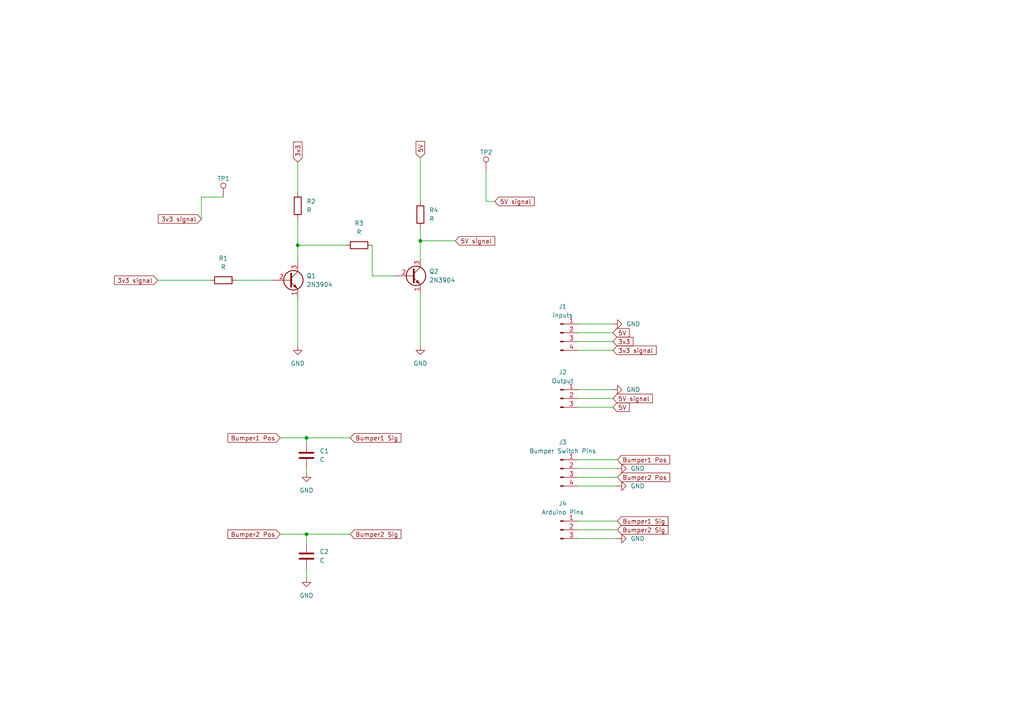
<source format=kicad_sch>
(kicad_sch (version 20231120) (generator "eeschema") (generator_version "8.0")
  (paper "A4")
  (lib_symbols
    (symbol "Connector:Conn_01x03_Pin" (pin_names (offset 1.016) hide)
      (property "Reference" "J" (at 0 5.08 0))
      (property "Value" "Conn_01x03_Pin" (at 0 -5.08 0))
      (symbol "Conn_01x03_Pin_1_1"
        (polyline (pts (xy 1.27 -2.54) (xy 0.8636 -2.54)) (stroke (width 0.1524)))
        (polyline (pts (xy 1.27 0) (xy 0.8636 0)) (stroke (width 0.1524)))
        (polyline (pts (xy 1.27 2.54) (xy 0.8636 2.54)) (stroke (width 0.1524)))
        (rectangle (start 0.8636 -2.413) (end 0 -2.667) (stroke (width 0.1524)) (fill (type outline)))
        (rectangle (start 0.8636 0.127) (end 0 -0.127) (stroke (width 0.1524)) (fill (type outline)))
        (rectangle (start 0.8636 2.667) (end 0 2.413) (stroke (width 0.1524)) (fill (type outline)))
        (pin passive line (at 5.08 2.54 180) (length 3.81) (name "Pin_1") (number "1"))
        (pin passive line (at 5.08 0 180) (length 3.81) (name "Pin_2") (number "2"))
        (pin passive line (at 5.08 -2.54 180) (length 3.81) (name "Pin_3") (number "3"))
      )
    )
    (symbol "Connector:Conn_01x04_Pin" (pin_names (offset 1.016) hide)
      (property "Reference" "J" (at 0 5.08 0))
      (property "Value" "Conn_01x04_Pin" (at 0 -7.62 0))
      (symbol "Conn_01x04_Pin_1_1"
        (polyline (pts (xy 1.27 -5.08) (xy 0.8636 -5.08)) (stroke (width 0.1524)))
        (polyline (pts (xy 1.27 -2.54) (xy 0.8636 -2.54)) (stroke (width 0.1524)))
        (polyline (pts (xy 1.27 0) (xy 0.8636 0)) (stroke (width 0.1524)))
        (polyline (pts (xy 1.27 2.54) (xy 0.8636 2.54)) (stroke (width 0.1524)))
        (rectangle (start 0.8636 -4.953) (end 0 -5.207) (stroke (width 0.1524)) (fill (type outline)))
        (rectangle (start 0.8636 -2.413) (end 0 -2.667) (stroke (width 0.1524)) (fill (type outline)))
        (rectangle (start 0.8636 0.127) (end 0 -0.127) (stroke (width 0.1524)) (fill (type outline)))
        (rectangle (start 0.8636 2.667) (end 0 2.413) (stroke (width 0.1524)) (fill (type outline)))
        (pin passive line (at 5.08 2.54 180) (length 3.81) (name "Pin_1") (number "1"))
        (pin passive line (at 5.08 0 180) (length 3.81) (name "Pin_2") (number "2"))
        (pin passive line (at 5.08 -2.54 180) (length 3.81) (name "Pin_3") (number "3"))
        (pin passive line (at 5.08 -5.08 180) (length 3.81) (name "Pin_4") (number "4"))
      )
    )
    (symbol "Connector:TestPoint" (pin_numbers hide) (pin_names (offset 0.762) hide)
      (property "Reference" "TP" (at 0 6.858 0))
      (property "Value" "TestPoint" (at 0 5.08 0))
      (symbol "TestPoint_0_1"
        (circle (center 0 3.302) (radius 0.762))
      )
      (symbol "TestPoint_1_1"
        (pin passive line (at 0 0 90) (length 2.54) (name "1") (number "1"))
      )
    )
    (symbol "Device:C" (pin_numbers hide) (pin_names (offset 0.254))
      (property "Reference" "C" (at 0.635 2.54 0))
      (property "Value" "C" (at 0.635 -2.54 0))
      (symbol "C_0_1"
        (polyline (pts (xy -2.032 -0.762) (xy 2.032 -0.762)) (stroke (width 0.508)))
        (polyline (pts (xy -2.032 0.762) (xy 2.032 0.762)) (stroke (width 0.508)))
      )
      (symbol "C_1_1"
        (pin passive line (at 0 3.81 270) (length 2.794) (name "~") (number "1"))
        (pin passive line (at 0 -3.81 90) (length 2.794) (name "~") (number "2"))
      )
    )
    (symbol "Device:R" (pin_numbers hide) (pin_names (offset 0))
      (property "Reference" "R" (at 2.032 0 90))
      (property "Value" "R" (at 0 0 90))
      (symbol "R_0_1"
        (rectangle (start -1.016 -2.54) (end 1.016 2.54) (stroke (width 0.254)))
      )
      (symbol "R_1_1"
        (pin passive line (at 0 3.81 270) (length 1.27) (name "~") (number "1"))
        (pin passive line (at 0 -3.81 90) (length 1.27) (name "~") (number "2"))
      )
    )
    (symbol "Transistor_BJT:2N3904" (pin_names (offset 0) hide)
      (property "Reference" "Q" (at 5.08 1.905 0))
      (property "Value" "2N3904" (at 5.08 0 0))
      (symbol "2N3904_0_1"
        (polyline (pts (xy 0.635 0.635) (xy 2.54 2.54)))
        (polyline (pts (xy 0.635 -0.635) (xy 2.54 -2.54) (xy 2.54 -2.54)))
        (polyline (pts (xy 0.635 1.905) (xy 0.635 -1.905) (xy 0.635 -1.905)) (stroke (width 0.508)))
        (polyline (pts (xy 1.27 -1.778) (xy 1.778 -1.27) (xy 2.286 -2.286) (xy 1.27 -1.778) (xy 1.27 -1.778)) (fill (type outline)))
        (circle (center 1.27 0) (radius 2.8194) (stroke (width 0.254)))
      )
      (symbol "2N3904_1_1"
        (pin passive line (at 2.54 -5.08 90) (length 2.54) (name "E") (number "1"))
        (pin passive line (at -5.08 0 0) (length 5.715) (name "B") (number "2"))
        (pin passive line (at 2.54 5.08 270) (length 2.54) (name "C") (number "3"))
      )
    )
    (symbol "power:GND" (power) (pin_numbers hide) (pin_names (offset 0) hide)
      (property "Value" "GND" (at 0 -3.81 0))
      (symbol "GND_0_1"
        (polyline (pts (xy 0 0) (xy 0 -1.27) (xy 1.27 -1.27) (xy 0 -2.54) (xy -1.27 -1.27) (xy 0 -1.27)))
      )
      (symbol "GND_1_1"
        (pin power_in line (at 0 0 270) (length 0) (name "~") (number "1"))
      )
    )
  )
  (junction (at 121.92 69.85))
  (junction (at 86.36 71.12))
  (junction (at 88.9 154.94))
  (junction (at 88.9 127))
  (wire (pts (xy 107.95 71.12) (xy 107.95 80.01)))
  (wire (pts (xy 81.28 154.94) (xy 88.9 154.94)))
  (wire (pts (xy 88.9 165.1) (xy 88.9 167.64)))
  (wire (pts (xy 68.58 81.28) (xy 78.74 81.28)))
  (wire (pts (xy 167.64 153.67) (xy 179.07 153.67)))
  (wire (pts (xy 167.64 101.6) (xy 177.8 101.6)))
  (wire (pts (xy 86.36 71.12) (xy 86.36 76.2)))
  (wire (pts (xy 167.64 156.21) (xy 179.07 156.21)))
  (wire (pts (xy 167.64 113.03) (xy 177.8 113.03)))
  (wire (pts (xy 81.28 127) (xy 88.9 127)))
  (wire (pts (xy 121.92 66.04) (xy 121.92 69.85)))
  (wire (pts (xy 167.64 99.06) (xy 177.8 99.06)))
  (wire (pts (xy 167.64 140.97) (xy 179.07 140.97)))
  (wire (pts (xy 121.92 69.85) (xy 121.92 74.93)))
  (wire (pts (xy 167.64 133.35) (xy 179.07 133.35)))
  (wire (pts (xy 88.9 128.27) (xy 88.9 127)))
  (wire (pts (xy 167.64 118.11) (xy 177.8 118.11)))
  (wire (pts (xy 86.36 86.36) (xy 86.36 100.33)))
  (wire (pts (xy 167.64 93.98) (xy 177.8 93.98)))
  (wire (pts (xy 86.36 46.99) (xy 86.36 55.88)))
  (wire (pts (xy 45.72 81.28) (xy 60.96 81.28)))
  (wire (pts (xy 88.9 157.48) (xy 88.9 154.94)))
  (wire (pts (xy 64.77 57.15) (xy 58.42 57.15)))
  (wire (pts (xy 167.64 151.13) (xy 179.07 151.13)))
  (wire (pts (xy 167.64 96.52) (xy 177.8 96.52)))
  (wire (pts (xy 107.95 80.01) (xy 114.3 80.01)))
  (wire (pts (xy 86.36 71.12) (xy 100.33 71.12)))
  (wire (pts (xy 121.92 45.72) (xy 121.92 58.42)))
  (wire (pts (xy 58.42 57.15) (xy 58.42 63.5)))
  (wire (pts (xy 88.9 154.94) (xy 101.6 154.94)))
  (wire (pts (xy 140.97 49.53) (xy 140.97 58.42)))
  (wire (pts (xy 86.36 63.5) (xy 86.36 71.12)))
  (wire (pts (xy 167.64 138.43) (xy 179.07 138.43)))
  (wire (pts (xy 121.92 69.85) (xy 132.08 69.85)))
  (wire (pts (xy 121.92 85.09) (xy 121.92 100.33)))
  (wire (pts (xy 140.97 58.42) (xy 143.51 58.42)))
  (wire (pts (xy 167.64 115.57) (xy 177.8 115.57)))
  (wire (pts (xy 88.9 127) (xy 101.6 127)))
  (wire (pts (xy 88.9 135.89) (xy 88.9 137.16)))
  (wire (pts (xy 167.64 135.89) (xy 179.07 135.89)))
  (global_label "3v3" (shape input) (at 86.36 46.99 90) (property "Intersheetrefs" "${INTERSHEET_REFS}" (effects (hide yes))))
  (global_label "Bumper2 Pos" (shape input) (at 81.28 154.94 180) (property "Intersheetrefs" "${INTERSHEET_REFS}" (effects (hide yes))))
  (global_label "5V signal" (shape input) (at 177.8 115.57 0) (property "Intersheetrefs" "${INTERSHEET_REFS}" (effects (hide yes))))
  (global_label "3v3" (shape input) (at 177.8 99.06 0) (property "Intersheetrefs" "${INTERSHEET_REFS}" (effects (hide yes))))
  (global_label "5V signal" (shape input) (at 143.51 58.42 0) (property "Intersheetrefs" "${INTERSHEET_REFS}" (effects (hide yes))))
  (global_label "3v3 signal" (shape input) (at 45.72 81.28 180) (property "Intersheetrefs" "${INTERSHEET_REFS}" (effects (hide yes))))
  (global_label "Bumper1 Pos" (shape input) (at 179.07 133.35 0) (property "Intersheetrefs" "${INTERSHEET_REFS}" (effects (hide yes))))
  (global_label "Bumper2 Sig" (shape input) (at 179.07 153.67 0) (property "Intersheetrefs" "${INTERSHEET_REFS}" (effects (hide yes))))
  (global_label "3v3 signal" (shape input) (at 58.42 63.5 180) (property "Intersheetrefs" "${INTERSHEET_REFS}" (effects (hide yes))))
  (global_label "Bumper1 Sig" (shape input) (at 101.6 127 0) (property "Intersheetrefs" "${INTERSHEET_REFS}" (effects (hide yes))))
  (global_label "3v3 signal" (shape input) (at 177.8 101.6 0) (property "Intersheetrefs" "${INTERSHEET_REFS}" (effects (hide yes))))
  (global_label "Bumper1 Pos" (shape input) (at 81.28 127 180) (property "Intersheetrefs" "${INTERSHEET_REFS}" (effects (hide yes))))
  (global_label "5V" (shape input) (at 121.92 45.72 90) (property "Intersheetrefs" "${INTERSHEET_REFS}" (effects (hide yes))))
  (global_label "Bumper2 Sig" (shape input) (at 101.6 154.94 0) (property "Intersheetrefs" "${INTERSHEET_REFS}" (effects (hide yes))))
  (global_label "5V" (shape input) (at 177.8 118.11 0) (property "Intersheetrefs" "${INTERSHEET_REFS}" (effects (hide yes))))
  (global_label "Bumper1 Sig" (shape input) (at 179.07 151.13 0) (property "Intersheetrefs" "${INTERSHEET_REFS}" (effects (hide yes))))
  (global_label "5V signal" (shape input) (at 132.08 69.85 0) (property "Intersheetrefs" "${INTERSHEET_REFS}" (effects (hide yes))))
  (global_label "Bumper2 Pos" (shape input) (at 179.07 138.43 0) (property "Intersheetrefs" "${INTERSHEET_REFS}" (effects (hide yes))))
  (global_label "5V" (shape input) (at 177.8 96.52 0) (property "Intersheetrefs" "${INTERSHEET_REFS}" (effects (hide yes))))
  (symbol (lib_id "Device:R") (at 64.77 81.28 90) (unit 1)
    (property "Reference" "R1" (at 64.77 74.93 90))
    (property "Value" "R" (at 64.77 77.47 90))
    (property "Footprint" "Resistor_SMD:R_0603_1608Metric_Pad0.98x0.95mm_HandSolder" (effects (hide yes)))
    (property "Description" "Resistor" (effects (hide yes)))
  )
  (symbol (lib_id "Connector:Conn_01x03_Pin") (at 162.56 153.67 0) (unit 1)
    (property "Reference" "J4" (at 163.195 146.05 0))
    (property "Value" "Arduino Pins" (at 163.195 148.59 0))
    (property "Footprint" "Connector_PinHeader_2.54mm:PinHeader_1x03_P2.54mm_Vertical" (effects (hide yes)))
    (property "Description" "Generic connector, single row, 01x03, script generated" (effects (hide yes)))
  )
  (symbol (lib_id "power:GND") (at 179.07 156.21 90) (unit 1)
    (property "Reference" "#PWR03" (effects (hide yes)))
    (property "Value" "GND" (at 182.88 156.2099 90) (effects (justify right)))
    (property "Description" "Power symbol creates a global label with name \"GND\" , ground" (effects (hide yes)))
  )
  (symbol (lib_id "power:GND") (at 179.07 135.89 90) (unit 1)
    (property "Reference" "#PWR07" (effects (hide yes)))
    (property "Value" "GND" (at 182.88 135.8899 90) (effects (justify right)))
    (property "Description" "Power symbol creates a global label with name \"GND\" , ground" (effects (hide yes)))
  )
  (symbol (lib_id "Connector:Conn_01x04_Pin") (at 162.56 96.52 0) (unit 1)
    (property "Reference" "J1" (at 163.195 88.9 0))
    (property "Value" "inputs" (at 163.195 91.44 0))
    (property "Footprint" "Connector_PinHeader_2.54mm:PinHeader_1x04_P2.54mm_Vertical" (effects (hide yes)))
    (property "Description" "Generic connector, single row, 01x04, script generated" (effects (hide yes)))
  )
  (symbol (lib_id "Device:C") (at 88.9 132.08 0) (unit 1)
    (property "Reference" "C1" (at 92.71 130.8099 0) (effects (justify left)))
    (property "Value" "C" (at 92.71 133.3499 0) (effects (justify left)))
    (property "Footprint" "Capacitor_THT:CP_Radial_D7.5mm_P2.50mm" (effects (hide yes)))
    (property "Description" "Unpolarized capacitor" (effects (hide yes)))
  )
  (symbol (lib_id "power:GND") (at 177.8 113.03 90) (unit 1)
    (property "Reference" "#PWR02" (effects (hide yes)))
    (property "Value" "GND" (at 181.61 113.0299 90) (effects (justify right)))
    (property "Description" "Power symbol creates a global label with name \"GND\" , ground" (effects (hide yes)))
  )
  (symbol (lib_id "Device:R") (at 86.36 59.69 180) (unit 1)
    (property "Reference" "R2" (at 88.9 58.4199 0) (effects (justify right)))
    (property "Value" "R" (at 88.9 60.9599 0) (effects (justify right)))
    (property "Footprint" "Resistor_SMD:R_0603_1608Metric_Pad0.98x0.95mm_HandSolder" (effects (hide yes)))
    (property "Description" "Resistor" (effects (hide yes)))
  )
  (symbol (lib_id "Transistor_BJT:2N3904") (at 83.82 81.28 0) (unit 1)
    (property "Reference" "Q1" (at 88.9 80.0099 0) (effects (justify left)))
    (property "Value" "2N3904" (at 88.9 82.5499 0) (effects (justify left)))
    (property "Footprint" "Package_TO_SOT_THT:TO-92_Inline" (effects (hide yes)))
    (property "Datasheet" "https://www.onsemi.com/pub/Collateral/2N3903-D.PDF" (effects (hide yes)))
    (property "Description" "0.2A Ic, 40V Vce, Small Signal NPN Transistor, TO-92" (effects (hide yes)))
  )
  (symbol (lib_id "Connector:Conn_01x04_Pin") (at 162.56 135.89 0) (unit 1)
    (property "Reference" "J3" (at 163.195 128.27 0))
    (property "Value" "Bumper Switch Pins" (at 163.195 130.81 0))
    (property "Footprint" "Connector_PinHeader_2.54mm:PinHeader_1x04_P2.54mm_Vertical" (effects (hide yes)))
    (property "Description" "Generic connector, single row, 01x04, script generated" (effects (hide yes)))
  )
  (symbol (lib_id "Device:R") (at 121.92 62.23 0) (unit 1)
    (property "Reference" "R4" (at 124.46 60.9599 0) (effects (justify left)))
    (property "Value" "R" (at 124.46 63.4999 0) (effects (justify left)))
    (property "Footprint" "Resistor_SMD:R_0603_1608Metric_Pad0.98x0.95mm_HandSolder" (effects (hide yes)))
    (property "Description" "Resistor" (effects (hide yes)))
  )
  (symbol (lib_id "Transistor_BJT:2N3904") (at 119.38 80.01 0) (unit 1)
    (property "Reference" "Q2" (at 124.46 78.7399 0) (effects (justify left)))
    (property "Value" "2N3904" (at 124.46 81.2799 0) (effects (justify left)))
    (property "Footprint" "Package_TO_SOT_THT:TO-92_Inline" (effects (hide yes)))
    (property "Datasheet" "https://www.onsemi.com/pub/Collateral/2N3903-D.PDF" (effects (hide yes)))
    (property "Description" "0.2A Ic, 40V Vce, Small Signal NPN Transistor, TO-92" (effects (hide yes)))
  )
  (symbol (lib_id "Connector:TestPoint") (at 64.77 57.15 0) (unit 1)
    (property "Reference" "TP1" (at 62.992 51.816 0) (effects (justify left)))
    (property "Value" "TestPoint" (effects (hide yes)))
    (property "Footprint" "TestPoint:TestPoint_THTPad_D1.0mm_Drill0.5mm" (effects (hide yes)))
    (property "Description" "test point" (effects (hide yes)))
  )
  (symbol (lib_id "power:GND") (at 88.9 137.16 0) (unit 1)
    (property "Reference" "#PWR04" (effects (hide yes)))
    (property "Value" "GND" (at 88.9 142.24 0))
    (property "Description" "Power symbol creates a global label with name \"GND\" , ground" (effects (hide yes)))
  )
  (symbol (lib_id "power:GND") (at 177.8 93.98 90) (unit 1)
    (property "Reference" "#PWR01" (effects (hide yes)))
    (property "Value" "GND" (at 181.61 93.9799 90) (effects (justify right)))
    (property "Description" "Power symbol creates a global label with name \"GND\" , ground" (effects (hide yes)))
  )
  (symbol (lib_id "Connector:TestPoint") (at 140.97 49.53 0) (unit 1)
    (property "Reference" "TP2" (at 139.192 44.196 0) (effects (justify left)))
    (property "Value" "TestPoint" (effects (hide yes)))
    (property "Footprint" "TestPoint:TestPoint_THTPad_D1.0mm_Drill0.5mm" (effects (hide yes)))
    (property "Description" "test point" (effects (hide yes)))
  )
  (symbol (lib_id "power:GND") (at 88.9 167.64 0) (unit 1)
    (property "Reference" "#PWR05" (effects (hide yes)))
    (property "Value" "GND" (at 88.9 172.72 0))
    (property "Description" "Power symbol creates a global label with name \"GND\" , ground" (effects (hide yes)))
  )
  (symbol (lib_id "power:GND") (at 121.92 100.33 0) (unit 1)
    (property "Reference" "#PWR010" (effects (hide yes)))
    (property "Value" "GND" (at 121.92 105.41 0))
    (property "Description" "Power symbol creates a global label with name \"GND\" , ground" (effects (hide yes)))
  )
  (symbol (lib_id "power:GND") (at 179.07 140.97 90) (unit 1)
    (property "Reference" "#PWR06" (effects (hide yes)))
    (property "Value" "GND" (at 182.88 140.9699 90) (effects (justify right)))
    (property "Description" "Power symbol creates a global label with name \"GND\" , ground" (effects (hide yes)))
  )
  (symbol (lib_id "Device:R") (at 104.14 71.12 270) (unit 1)
    (property "Reference" "R3" (at 104.14 64.77 90))
    (property "Value" "R" (at 104.14 67.31 90))
    (property "Footprint" "Resistor_SMD:R_0603_1608Metric_Pad0.98x0.95mm_HandSolder" (effects (hide yes)))
    (property "Description" "Resistor" (effects (hide yes)))
  )
  (symbol (lib_id "Connector:Conn_01x03_Pin") (at 162.56 115.57 0) (unit 1)
    (property "Reference" "J2" (at 163.195 107.95 0))
    (property "Value" "Output" (at 163.195 110.49 0))
    (property "Footprint" "Connector_PinHeader_2.54mm:PinHeader_1x03_P2.54mm_Vertical" (effects (hide yes)))
    (property "Description" "Generic connector, single row, 01x03, script generated" (effects (hide yes)))
  )
  (symbol (lib_id "Device:C") (at 88.9 161.29 0) (unit 1)
    (property "Reference" "C2" (at 92.71 160.0199 0) (effects (justify left)))
    (property "Value" "C" (at 92.71 162.5599 0) (effects (justify left)))
    (property "Footprint" "Capacitor_THT:CP_Radial_D7.5mm_P2.50mm" (effects (hide yes)))
    (property "Description" "Unpolarized capacitor" (effects (hide yes)))
  )
  (symbol (lib_id "power:GND") (at 86.36 100.33 0) (unit 1)
    (property "Reference" "#PWR09" (effects (hide yes)))
    (property "Value" "GND" (at 86.36 105.41 0))
    (property "Description" "Power symbol creates a global label with name \"GND\" , ground" (effects (hide yes)))
  )
)
</source>
